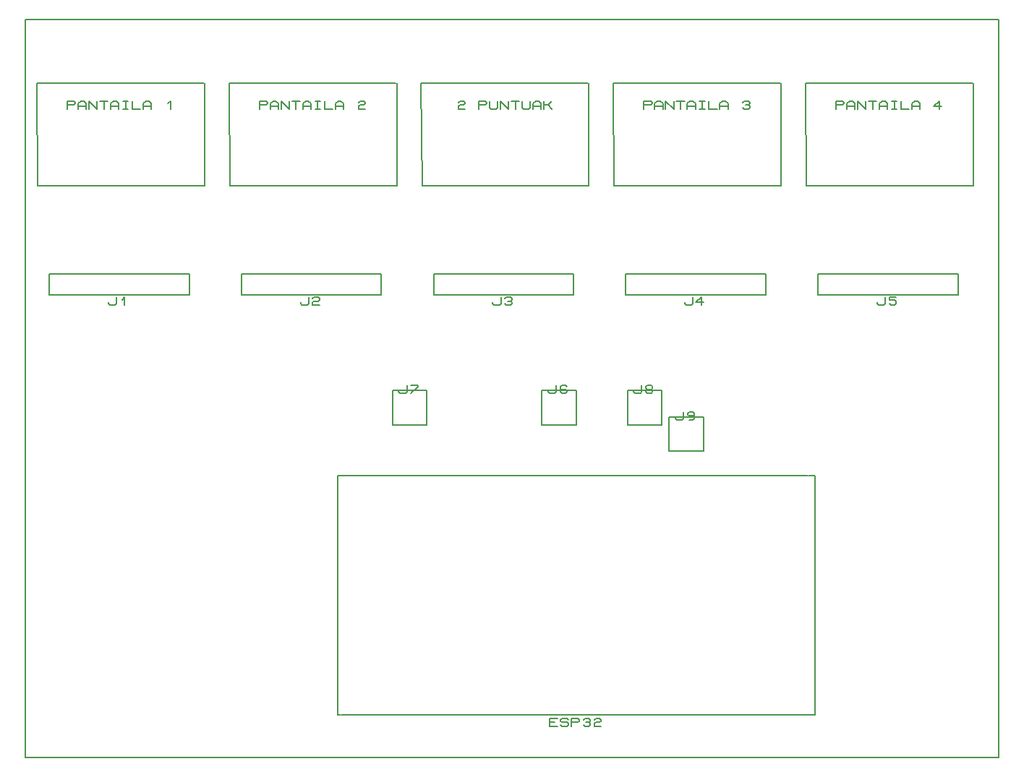
<source format=gbr>
G04 PROTEUS GERBER X2 FILE*
%TF.GenerationSoftware,Labcenter,Proteus,8.6-SP2-Build23525*%
%TF.CreationDate,2025-01-29T09:47:47+00:00*%
%TF.FileFunction,Legend,Top*%
%TF.FilePolarity,Positive*%
%TF.Part,Single*%
%FSLAX45Y45*%
%MOMM*%
G01*
%TA.AperFunction,Material*%
%ADD19C,0.203200*%
%ADD70C,0.152400*%
%TA.AperFunction,Profile*%
%ADD17C,0.203200*%
%TD.AperFunction*%
D19*
X+2910000Y+1300000D02*
X-2590000Y+1300000D01*
X+3000000Y+1300000D02*
X+3000000Y-1500000D01*
X-2500000Y-1500000D01*
X-2590000Y+1300000D02*
X-2590000Y-1500000D01*
X-2500000Y-1500000D02*
X-2550000Y-1500000D01*
X+3000000Y+1300000D02*
X+2920000Y+1300000D01*
X-2560000Y-1500000D02*
X-2590000Y-1500000D01*
X-17250Y-1632080D02*
X-112500Y-1632080D01*
X-112500Y-1540640D01*
X-17250Y-1540640D01*
X-112500Y-1586360D02*
X-49000Y-1586360D01*
X+14500Y-1616840D02*
X+30375Y-1632080D01*
X+93875Y-1632080D01*
X+109750Y-1616840D01*
X+109750Y-1601600D01*
X+93875Y-1586360D01*
X+30375Y-1586360D01*
X+14500Y-1571120D01*
X+14500Y-1555880D01*
X+30375Y-1540640D01*
X+93875Y-1540640D01*
X+109750Y-1555880D01*
X+141500Y-1632080D02*
X+141500Y-1540640D01*
X+220875Y-1540640D01*
X+236750Y-1555880D01*
X+236750Y-1571120D01*
X+220875Y-1586360D01*
X+141500Y-1586360D01*
X+284375Y-1555880D02*
X+300250Y-1540640D01*
X+347875Y-1540640D01*
X+363750Y-1555880D01*
X+363750Y-1571120D01*
X+347875Y-1586360D01*
X+363750Y-1601600D01*
X+363750Y-1616840D01*
X+347875Y-1632080D01*
X+300250Y-1632080D01*
X+284375Y-1616840D01*
X+316125Y-1586360D02*
X+347875Y-1586360D01*
X+411375Y-1555880D02*
X+427250Y-1540640D01*
X+474875Y-1540640D01*
X+490750Y-1555880D01*
X+490750Y-1571120D01*
X+474875Y-1586360D01*
X+427250Y-1586360D01*
X+411375Y-1601600D01*
X+411375Y-1632080D01*
X+490750Y-1632080D01*
D70*
X-6104680Y+4698740D02*
X-4151320Y+4698740D01*
X-4151320Y+5900920D01*
X-4161320Y+5900920D02*
X-6114680Y+5900920D01*
X-6104680Y+4698740D01*
D19*
X-5758000Y+5599020D02*
X-5758000Y+5690460D01*
X-5678625Y+5690460D01*
X-5662750Y+5675220D01*
X-5662750Y+5659980D01*
X-5678625Y+5644740D01*
X-5758000Y+5644740D01*
X-5631000Y+5599020D02*
X-5631000Y+5659980D01*
X-5599250Y+5690460D01*
X-5567500Y+5690460D01*
X-5535750Y+5659980D01*
X-5535750Y+5599020D01*
X-5631000Y+5629500D02*
X-5535750Y+5629500D01*
X-5504000Y+5599020D02*
X-5504000Y+5690460D01*
X-5408750Y+5599020D01*
X-5408750Y+5690460D01*
X-5377000Y+5690460D02*
X-5281750Y+5690460D01*
X-5329375Y+5690460D02*
X-5329375Y+5599020D01*
X-5250000Y+5599020D02*
X-5250000Y+5659980D01*
X-5218250Y+5690460D01*
X-5186500Y+5690460D01*
X-5154750Y+5659980D01*
X-5154750Y+5599020D01*
X-5250000Y+5629500D02*
X-5154750Y+5629500D01*
X-5107125Y+5690460D02*
X-5043625Y+5690460D01*
X-5075375Y+5690460D02*
X-5075375Y+5599020D01*
X-5107125Y+5599020D02*
X-5043625Y+5599020D01*
X-4996000Y+5690460D02*
X-4996000Y+5599020D01*
X-4900750Y+5599020D01*
X-4869000Y+5599020D02*
X-4869000Y+5659980D01*
X-4837250Y+5690460D01*
X-4805500Y+5690460D01*
X-4773750Y+5659980D01*
X-4773750Y+5599020D01*
X-4869000Y+5629500D02*
X-4773750Y+5629500D01*
X-4583250Y+5659980D02*
X-4551500Y+5690460D01*
X-4551500Y+5599020D01*
D70*
X-3854680Y+4698740D02*
X-1901320Y+4698740D01*
X-1901320Y+5900920D01*
X-1911320Y+5900920D02*
X-3864680Y+5900920D01*
X-3854680Y+4698740D01*
D19*
X-3508000Y+5599020D02*
X-3508000Y+5690460D01*
X-3428625Y+5690460D01*
X-3412750Y+5675220D01*
X-3412750Y+5659980D01*
X-3428625Y+5644740D01*
X-3508000Y+5644740D01*
X-3381000Y+5599020D02*
X-3381000Y+5659980D01*
X-3349250Y+5690460D01*
X-3317500Y+5690460D01*
X-3285750Y+5659980D01*
X-3285750Y+5599020D01*
X-3381000Y+5629500D02*
X-3285750Y+5629500D01*
X-3254000Y+5599020D02*
X-3254000Y+5690460D01*
X-3158750Y+5599020D01*
X-3158750Y+5690460D01*
X-3127000Y+5690460D02*
X-3031750Y+5690460D01*
X-3079375Y+5690460D02*
X-3079375Y+5599020D01*
X-3000000Y+5599020D02*
X-3000000Y+5659980D01*
X-2968250Y+5690460D01*
X-2936500Y+5690460D01*
X-2904750Y+5659980D01*
X-2904750Y+5599020D01*
X-3000000Y+5629500D02*
X-2904750Y+5629500D01*
X-2857125Y+5690460D02*
X-2793625Y+5690460D01*
X-2825375Y+5690460D02*
X-2825375Y+5599020D01*
X-2857125Y+5599020D02*
X-2793625Y+5599020D01*
X-2746000Y+5690460D02*
X-2746000Y+5599020D01*
X-2650750Y+5599020D01*
X-2619000Y+5599020D02*
X-2619000Y+5659980D01*
X-2587250Y+5690460D01*
X-2555500Y+5690460D01*
X-2523750Y+5659980D01*
X-2523750Y+5599020D01*
X-2619000Y+5629500D02*
X-2523750Y+5629500D01*
X-2349125Y+5675220D02*
X-2333250Y+5690460D01*
X-2285625Y+5690460D01*
X-2269750Y+5675220D01*
X-2269750Y+5659980D01*
X-2285625Y+5644740D01*
X-2333250Y+5644740D01*
X-2349125Y+5629500D01*
X-2349125Y+5599020D01*
X-2269750Y+5599020D01*
D70*
X+645320Y+4698740D02*
X+2598680Y+4698740D01*
X+2598680Y+5900920D01*
X+2588680Y+5900920D02*
X+635320Y+5900920D01*
X+645320Y+4698740D01*
D19*
X+992000Y+5599020D02*
X+992000Y+5690460D01*
X+1071375Y+5690460D01*
X+1087250Y+5675220D01*
X+1087250Y+5659980D01*
X+1071375Y+5644740D01*
X+992000Y+5644740D01*
X+1119000Y+5599020D02*
X+1119000Y+5659980D01*
X+1150750Y+5690460D01*
X+1182500Y+5690460D01*
X+1214250Y+5659980D01*
X+1214250Y+5599020D01*
X+1119000Y+5629500D02*
X+1214250Y+5629500D01*
X+1246000Y+5599020D02*
X+1246000Y+5690460D01*
X+1341250Y+5599020D01*
X+1341250Y+5690460D01*
X+1373000Y+5690460D02*
X+1468250Y+5690460D01*
X+1420625Y+5690460D02*
X+1420625Y+5599020D01*
X+1500000Y+5599020D02*
X+1500000Y+5659980D01*
X+1531750Y+5690460D01*
X+1563500Y+5690460D01*
X+1595250Y+5659980D01*
X+1595250Y+5599020D01*
X+1500000Y+5629500D02*
X+1595250Y+5629500D01*
X+1642875Y+5690460D02*
X+1706375Y+5690460D01*
X+1674625Y+5690460D02*
X+1674625Y+5599020D01*
X+1642875Y+5599020D02*
X+1706375Y+5599020D01*
X+1754000Y+5690460D02*
X+1754000Y+5599020D01*
X+1849250Y+5599020D01*
X+1881000Y+5599020D02*
X+1881000Y+5659980D01*
X+1912750Y+5690460D01*
X+1944500Y+5690460D01*
X+1976250Y+5659980D01*
X+1976250Y+5599020D01*
X+1881000Y+5629500D02*
X+1976250Y+5629500D01*
X+2150875Y+5675220D02*
X+2166750Y+5690460D01*
X+2214375Y+5690460D01*
X+2230250Y+5675220D01*
X+2230250Y+5659980D01*
X+2214375Y+5644740D01*
X+2230250Y+5629500D01*
X+2230250Y+5614260D01*
X+2214375Y+5599020D01*
X+2166750Y+5599020D01*
X+2150875Y+5614260D01*
X+2182625Y+5644740D02*
X+2214375Y+5644740D01*
D70*
X+2895320Y+4698740D02*
X+4848680Y+4698740D01*
X+4848680Y+5900920D01*
X+4838680Y+5900920D02*
X+2885320Y+5900920D01*
X+2895320Y+4698740D01*
D19*
X+3242000Y+5599020D02*
X+3242000Y+5690460D01*
X+3321375Y+5690460D01*
X+3337250Y+5675220D01*
X+3337250Y+5659980D01*
X+3321375Y+5644740D01*
X+3242000Y+5644740D01*
X+3369000Y+5599020D02*
X+3369000Y+5659980D01*
X+3400750Y+5690460D01*
X+3432500Y+5690460D01*
X+3464250Y+5659980D01*
X+3464250Y+5599020D01*
X+3369000Y+5629500D02*
X+3464250Y+5629500D01*
X+3496000Y+5599020D02*
X+3496000Y+5690460D01*
X+3591250Y+5599020D01*
X+3591250Y+5690460D01*
X+3623000Y+5690460D02*
X+3718250Y+5690460D01*
X+3670625Y+5690460D02*
X+3670625Y+5599020D01*
X+3750000Y+5599020D02*
X+3750000Y+5659980D01*
X+3781750Y+5690460D01*
X+3813500Y+5690460D01*
X+3845250Y+5659980D01*
X+3845250Y+5599020D01*
X+3750000Y+5629500D02*
X+3845250Y+5629500D01*
X+3892875Y+5690460D02*
X+3956375Y+5690460D01*
X+3924625Y+5690460D02*
X+3924625Y+5599020D01*
X+3892875Y+5599020D02*
X+3956375Y+5599020D01*
X+4004000Y+5690460D02*
X+4004000Y+5599020D01*
X+4099250Y+5599020D01*
X+4131000Y+5599020D02*
X+4131000Y+5659980D01*
X+4162750Y+5690460D01*
X+4194500Y+5690460D01*
X+4226250Y+5659980D01*
X+4226250Y+5599020D01*
X+4131000Y+5629500D02*
X+4226250Y+5629500D01*
X+4480250Y+5629500D02*
X+4385000Y+5629500D01*
X+4448500Y+5690460D01*
X+4448500Y+5599020D01*
D70*
X-1604680Y+4698740D02*
X+348680Y+4698740D01*
X+348680Y+5900920D01*
X+338680Y+5900920D02*
X-1614680Y+5900920D01*
X-1604680Y+4698740D01*
D19*
X-1178625Y+5675220D02*
X-1162750Y+5690460D01*
X-1115125Y+5690460D01*
X-1099250Y+5675220D01*
X-1099250Y+5659980D01*
X-1115125Y+5644740D01*
X-1162750Y+5644740D01*
X-1178625Y+5629500D01*
X-1178625Y+5599020D01*
X-1099250Y+5599020D01*
X-940500Y+5599020D02*
X-940500Y+5690460D01*
X-861125Y+5690460D01*
X-845250Y+5675220D01*
X-845250Y+5659980D01*
X-861125Y+5644740D01*
X-940500Y+5644740D01*
X-813500Y+5690460D02*
X-813500Y+5614260D01*
X-797625Y+5599020D01*
X-734125Y+5599020D01*
X-718250Y+5614260D01*
X-718250Y+5690460D01*
X-686500Y+5599020D02*
X-686500Y+5690460D01*
X-591250Y+5599020D01*
X-591250Y+5690460D01*
X-559500Y+5690460D02*
X-464250Y+5690460D01*
X-511875Y+5690460D02*
X-511875Y+5599020D01*
X-432500Y+5690460D02*
X-432500Y+5614260D01*
X-416625Y+5599020D01*
X-353125Y+5599020D01*
X-337250Y+5614260D01*
X-337250Y+5690460D01*
X-305500Y+5599020D02*
X-305500Y+5659980D01*
X-273750Y+5690460D01*
X-242000Y+5690460D01*
X-210250Y+5659980D01*
X-210250Y+5599020D01*
X-305500Y+5629500D02*
X-210250Y+5629500D01*
X-178500Y+5690460D02*
X-178500Y+5599020D01*
X-83250Y+5690460D02*
X-130875Y+5644740D01*
X-83250Y+5599020D01*
X-178500Y+5644740D02*
X-130875Y+5644740D01*
D70*
X-4330150Y+3669380D02*
X-5969850Y+3669380D01*
X-5969850Y+3425865D01*
X-5969850Y+3420620D02*
X-4330150Y+3420620D01*
X-4330150Y+3425865D02*
X-4330150Y+3669380D01*
D19*
X-5277000Y+3331560D02*
X-5277000Y+3316320D01*
X-5261125Y+3301080D01*
X-5197625Y+3301080D01*
X-5181750Y+3316320D01*
X-5181750Y+3392520D01*
X-5118250Y+3362040D02*
X-5086500Y+3392520D01*
X-5086500Y+3301080D01*
D70*
X-2080150Y+3669380D02*
X-3719850Y+3669380D01*
X-3719850Y+3425865D01*
X-3719850Y+3420620D02*
X-2080150Y+3420620D01*
X-2080150Y+3425865D02*
X-2080150Y+3669380D01*
D19*
X-3027000Y+3331560D02*
X-3027000Y+3316320D01*
X-3011125Y+3301080D01*
X-2947625Y+3301080D01*
X-2931750Y+3316320D01*
X-2931750Y+3392520D01*
X-2884125Y+3377280D02*
X-2868250Y+3392520D01*
X-2820625Y+3392520D01*
X-2804750Y+3377280D01*
X-2804750Y+3362040D01*
X-2820625Y+3346800D01*
X-2868250Y+3346800D01*
X-2884125Y+3331560D01*
X-2884125Y+3301080D01*
X-2804750Y+3301080D01*
D70*
X+169850Y+3669380D02*
X-1469850Y+3669380D01*
X-1469850Y+3425865D01*
X-1469850Y+3420620D02*
X+169850Y+3420620D01*
X+169850Y+3425865D02*
X+169850Y+3669380D01*
D19*
X-777000Y+3331560D02*
X-777000Y+3316320D01*
X-761125Y+3301080D01*
X-697625Y+3301080D01*
X-681750Y+3316320D01*
X-681750Y+3392520D01*
X-634125Y+3377280D02*
X-618250Y+3392520D01*
X-570625Y+3392520D01*
X-554750Y+3377280D01*
X-554750Y+3362040D01*
X-570625Y+3346800D01*
X-554750Y+3331560D01*
X-554750Y+3316320D01*
X-570625Y+3301080D01*
X-618250Y+3301080D01*
X-634125Y+3316320D01*
X-602375Y+3346800D02*
X-570625Y+3346800D01*
D70*
X+2419850Y+3669380D02*
X+780150Y+3669380D01*
X+780150Y+3425865D01*
X+780150Y+3420620D02*
X+2419850Y+3420620D01*
X+2419850Y+3425865D02*
X+2419850Y+3669380D01*
D19*
X+1473000Y+3331560D02*
X+1473000Y+3316320D01*
X+1488875Y+3301080D01*
X+1552375Y+3301080D01*
X+1568250Y+3316320D01*
X+1568250Y+3392520D01*
X+1695250Y+3331560D02*
X+1600000Y+3331560D01*
X+1663500Y+3392520D01*
X+1663500Y+3301080D01*
D70*
X+4669850Y+3669380D02*
X+3030150Y+3669380D01*
X+3030150Y+3425865D01*
X+3030150Y+3420620D02*
X+4669850Y+3420620D01*
X+4669850Y+3425865D02*
X+4669850Y+3669380D01*
D19*
X+3723000Y+3331560D02*
X+3723000Y+3316320D01*
X+3738875Y+3301080D01*
X+3802375Y+3301080D01*
X+3818250Y+3316320D01*
X+3818250Y+3392520D01*
X+3945250Y+3392520D02*
X+3865875Y+3392520D01*
X+3865875Y+3362040D01*
X+3929375Y+3362040D01*
X+3945250Y+3346800D01*
X+3945250Y+3316320D01*
X+3929375Y+3301080D01*
X+3881750Y+3301080D01*
X+3865875Y+3316320D01*
X-200000Y+1900000D02*
X+200000Y+1900000D01*
X+200000Y+2300000D01*
X-200000Y+2300000D01*
X-200000Y+1900000D01*
X-127000Y+2298120D02*
X-127000Y+2282880D01*
X-111125Y+2267640D01*
X-47625Y+2267640D01*
X-31750Y+2282880D01*
X-31750Y+2359080D01*
X+95250Y+2343840D02*
X+79375Y+2359080D01*
X+31750Y+2359080D01*
X+15875Y+2343840D01*
X+15875Y+2282880D01*
X+31750Y+2267640D01*
X+79375Y+2267640D01*
X+95250Y+2282880D01*
X+95250Y+2298120D01*
X+79375Y+2313360D01*
X+15875Y+2313360D01*
X-1950000Y+1900000D02*
X-1550000Y+1900000D01*
X-1550000Y+2300000D01*
X-1950000Y+2300000D01*
X-1950000Y+1900000D01*
X-1877000Y+2298120D02*
X-1877000Y+2282880D01*
X-1861125Y+2267640D01*
X-1797625Y+2267640D01*
X-1781750Y+2282880D01*
X-1781750Y+2359080D01*
X-1734125Y+2359080D02*
X-1654750Y+2359080D01*
X-1654750Y+2343840D01*
X-1734125Y+2267640D01*
X+800000Y+1900000D02*
X+1200000Y+1900000D01*
X+1200000Y+2300000D01*
X+800000Y+2300000D01*
X+800000Y+1900000D01*
X+873000Y+2298120D02*
X+873000Y+2282880D01*
X+888875Y+2267640D01*
X+952375Y+2267640D01*
X+968250Y+2282880D01*
X+968250Y+2359080D01*
X+1031750Y+2313360D02*
X+1015875Y+2328600D01*
X+1015875Y+2343840D01*
X+1031750Y+2359080D01*
X+1079375Y+2359080D01*
X+1095250Y+2343840D01*
X+1095250Y+2328600D01*
X+1079375Y+2313360D01*
X+1031750Y+2313360D01*
X+1015875Y+2298120D01*
X+1015875Y+2282880D01*
X+1031750Y+2267640D01*
X+1079375Y+2267640D01*
X+1095250Y+2282880D01*
X+1095250Y+2298120D01*
X+1079375Y+2313360D01*
X+1290000Y+1590000D02*
X+1690000Y+1590000D01*
X+1690000Y+1990000D01*
X+1290000Y+1990000D01*
X+1290000Y+1590000D01*
X+1363000Y+1988120D02*
X+1363000Y+1972880D01*
X+1378875Y+1957640D01*
X+1442375Y+1957640D01*
X+1458250Y+1972880D01*
X+1458250Y+2049080D01*
X+1585250Y+2018600D02*
X+1569375Y+2003360D01*
X+1521750Y+2003360D01*
X+1505875Y+2018600D01*
X+1505875Y+2033840D01*
X+1521750Y+2049080D01*
X+1569375Y+2049080D01*
X+1585250Y+2033840D01*
X+1585250Y+1972880D01*
X+1569375Y+1957640D01*
X+1521750Y+1957640D01*
D17*
X-6250000Y-2000000D02*
X-6250000Y+6650000D01*
X+5150000Y+6650000D01*
X+5150000Y-2000000D01*
X-6250000Y-2000000D01*
M02*

</source>
